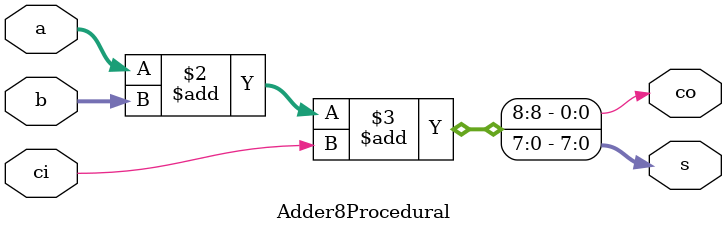
<source format=v>

module Adder8Procedural(
	input      [7:0] a,  // Operand A
	input      [7:0] b,  // Operand B
	input            ci, // Carry-In
	output reg [7:0] s,  // Sum
	output reg       co  // Carry-Out
);

	// Declare any internal regs you want to use here.
	// For this module, do not use wires.

	// Write your code here. Use the always @( * ) block
	// to create combinational logic. Also,
	// use the addition (+) operator to make your code shorter.

	always @( * ) begin
		// Combinational Logic Here

		// Use concatenation to set co as the highest-order bit from the sum
		{co, s} = a + b + ci;

	end

endmodule

</source>
